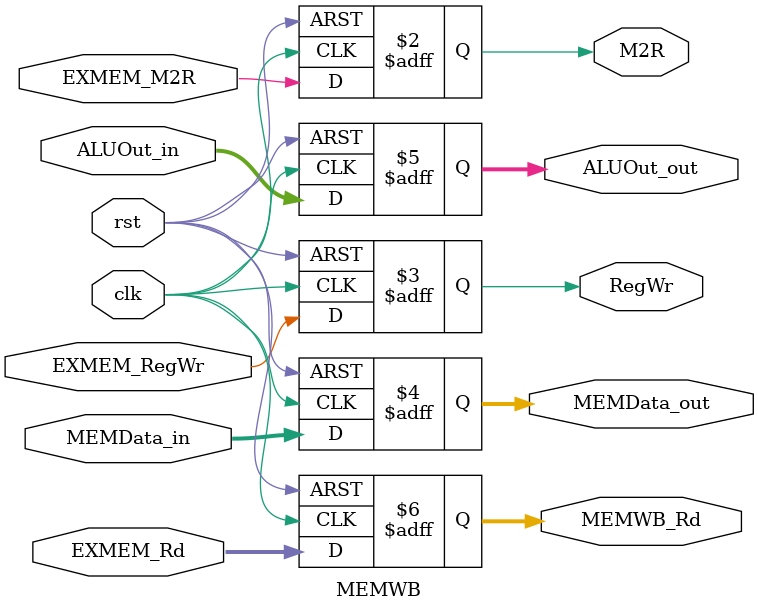
<source format=v>
module MEMWB (clk,rst, EXMEM_M2R, EXMEM_RegWr, MEMData_in,ALUOut_in,EXMEM_Rd,
              M2R, RegWr,MEMData_out,ALUOut_out,MEMWB_Rd);
               
   input         clk;
   input         rst;
   
   input         EXMEM_M2R;
   input         EXMEM_RegWr; 
   input  [31:0] MEMData_in;
   input  [31:0] ALUOut_in;
   input  [4:0]  EXMEM_Rd;
   
   output        M2R;
   output        RegWr;
   output [31:0] MEMData_out;
   output [31:0] ALUOut_out;
   output [4:0]  MEMWB_Rd;
      
   reg       M2R;
   reg [31:0] MEMData_out;
   reg [31:0] ALUOut_out;
   reg [4:0]  MEMWB_Rd;
   reg       RegWr;
 

               
   always @(posedge clk or posedge rst) begin
      if ( rst ) begin
           M2R<=0;
           MEMData_out<=0;
           ALUOut_out<=0;
           MEMWB_Rd<=0;
           RegWr<=0;     end
      else    begin
           M2R<=EXMEM_M2R;
           RegWr<=EXMEM_RegWr;
           MEMData_out<=MEMData_in;
           ALUOut_out<=ALUOut_in;
           MEMWB_Rd<=EXMEM_Rd;             end
   end // end always
      
endmodule


</source>
